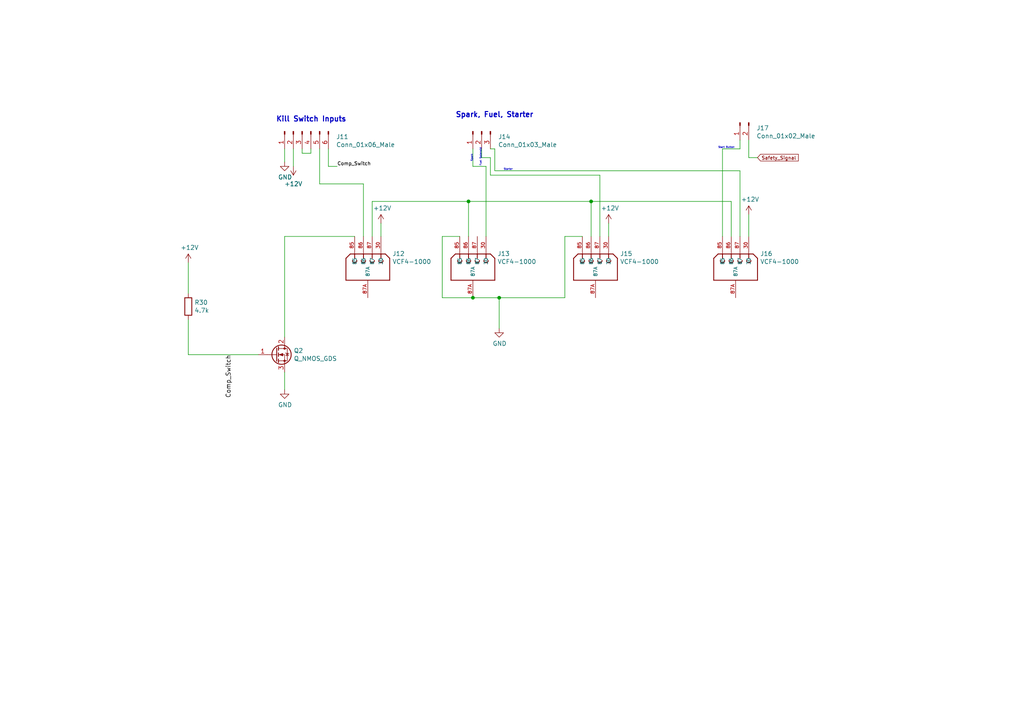
<source format=kicad_sch>
(kicad_sch (version 20230121) (generator eeschema)
  (paper "A4")
  (lib_symbols
    (symbol "Device:Q_NMOS_GDS" (pin_names (offset 0) hide)
      (property "Reference" "Q" (at 5.08 1.27 0))
      (property "Value" "Q_NMOS_GDS" (at 5.08 -1.27 0))
      (symbol "Q_NMOS_GDS_0_1"
        (polyline (pts (xy 0.254 0) (xy -2.54 0)))
        (polyline (pts (xy 0.254 1.905) (xy 0.254 -1.905)) (stroke (width 0.254)))
        (polyline (pts (xy 0.762 -1.27) (xy 0.762 -2.286)) (stroke (width 0.254)))
        (polyline (pts (xy 0.762 0.508) (xy 0.762 -0.508)) (stroke (width 0.254)))
        (polyline (pts (xy 0.762 2.286) (xy 0.762 1.27)) (stroke (width 0.254)))
        (polyline (pts (xy 2.54 2.54) (xy 2.54 1.778)))
        (polyline (pts (xy 2.54 -2.54) (xy 2.54 0) (xy 0.762 0)))
        (polyline (pts (xy 0.762 -1.778) (xy 3.302 -1.778) (xy 3.302 1.778) (xy 0.762 1.778)))
        (polyline (pts (xy 1.016 0) (xy 2.032 0.381) (xy 2.032 -0.381) (xy 1.016 0)) (fill (type outline)))
        (polyline (pts (xy 2.794 0.508) (xy 2.921 0.381) (xy 3.683 0.381) (xy 3.81 0.254)))
        (polyline (pts (xy 3.302 0.381) (xy 2.921 -0.254) (xy 3.683 -0.254) (xy 3.302 0.381)))
        (circle (center 1.651 0) (radius 2.794) (stroke (width 0.254)))
        (circle (center 2.54 -1.778) (radius 0.254) (fill (type outline)))
        (circle (center 2.54 1.778) (radius 0.254) (fill (type outline)))
      )
      (symbol "Q_NMOS_GDS_1_1"
        (pin input line (at -5.08 0 0) (length 2.54) (name "G") (number "1"))
        (pin passive line (at 2.54 5.08 270) (length 2.54) (name "D") (number "2"))
        (pin passive line (at 2.54 -5.08 90) (length 2.54) (name "S") (number "3"))
      )
    )
    (symbol "Device:R" (pin_numbers hide) (pin_names (offset 0))
      (property "Reference" "R" (at 2.032 0 90))
      (property "Value" "R" (at 0 0 90))
      (symbol "R_0_1"
        (rectangle (start -1.016 -2.54) (end 1.016 2.54) (stroke (width 0.254)))
      )
      (symbol "R_1_1"
        (pin passive line (at 0 3.81 270) (length 1.27) (name "~") (number "1"))
        (pin passive line (at 0 -3.81 90) (length 1.27) (name "~") (number "2"))
      )
    )
    (symbol "Motherboard_2023-rescue:Conn_01x02_Male-Connector" (pin_names (offset 1.016) hide)
      (property "Reference" "J" (at 0 2.54 0))
      (property "Value" "Connector_Conn_01x02_Male" (at 0 -5.08 0))
      (symbol "Conn_01x02_Male-Connector_1_1"
        (polyline (pts (xy 1.27 -2.54) (xy 0.8636 -2.54)) (stroke (width 0.1524)))
        (polyline (pts (xy 1.27 0) (xy 0.8636 0)) (stroke (width 0.1524)))
        (rectangle (start 0.8636 -2.413) (end 0 -2.667) (stroke (width 0.1524)) (fill (type outline)))
        (rectangle (start 0.8636 0.127) (end 0 -0.127) (stroke (width 0.1524)) (fill (type outline)))
        (pin passive line (at 5.08 0 180) (length 3.81) (name "Pin_1") (number "1"))
        (pin passive line (at 5.08 -2.54 180) (length 3.81) (name "Pin_2") (number "2"))
      )
    )
    (symbol "Motherboard_2023-rescue:Conn_01x03_Male-Connector" (pin_names (offset 1.016) hide)
      (property "Reference" "J" (at 0 5.08 0))
      (property "Value" "Connector_Conn_01x03_Male" (at 0 -5.08 0))
      (symbol "Conn_01x03_Male-Connector_1_1"
        (polyline (pts (xy 1.27 -2.54) (xy 0.8636 -2.54)) (stroke (width 0.1524)))
        (polyline (pts (xy 1.27 0) (xy 0.8636 0)) (stroke (width 0.1524)))
        (polyline (pts (xy 1.27 2.54) (xy 0.8636 2.54)) (stroke (width 0.1524)))
        (rectangle (start 0.8636 -2.413) (end 0 -2.667) (stroke (width 0.1524)) (fill (type outline)))
        (rectangle (start 0.8636 0.127) (end 0 -0.127) (stroke (width 0.1524)) (fill (type outline)))
        (rectangle (start 0.8636 2.667) (end 0 2.413) (stroke (width 0.1524)) (fill (type outline)))
        (pin passive line (at 5.08 2.54 180) (length 3.81) (name "Pin_1") (number "1"))
        (pin passive line (at 5.08 0 180) (length 3.81) (name "Pin_2") (number "2"))
        (pin passive line (at 5.08 -2.54 180) (length 3.81) (name "Pin_3") (number "3"))
      )
    )
    (symbol "Motherboard_2023-rescue:Conn_01x06_Male-Connector" (pin_names (offset 1.016) hide)
      (property "Reference" "J" (at 0 7.62 0))
      (property "Value" "Connector_Conn_01x06_Male" (at 0 -10.16 0))
      (symbol "Conn_01x06_Male-Connector_1_1"
        (polyline (pts (xy 1.27 -7.62) (xy 0.8636 -7.62)) (stroke (width 0.1524)))
        (polyline (pts (xy 1.27 -5.08) (xy 0.8636 -5.08)) (stroke (width 0.1524)))
        (polyline (pts (xy 1.27 -2.54) (xy 0.8636 -2.54)) (stroke (width 0.1524)))
        (polyline (pts (xy 1.27 0) (xy 0.8636 0)) (stroke (width 0.1524)))
        (polyline (pts (xy 1.27 2.54) (xy 0.8636 2.54)) (stroke (width 0.1524)))
        (polyline (pts (xy 1.27 5.08) (xy 0.8636 5.08)) (stroke (width 0.1524)))
        (rectangle (start 0.8636 -7.493) (end 0 -7.747) (stroke (width 0.1524)) (fill (type outline)))
        (rectangle (start 0.8636 -4.953) (end 0 -5.207) (stroke (width 0.1524)) (fill (type outline)))
        (rectangle (start 0.8636 -2.413) (end 0 -2.667) (stroke (width 0.1524)) (fill (type outline)))
        (rectangle (start 0.8636 0.127) (end 0 -0.127) (stroke (width 0.1524)) (fill (type outline)))
        (rectangle (start 0.8636 2.667) (end 0 2.413) (stroke (width 0.1524)) (fill (type outline)))
        (rectangle (start 0.8636 5.207) (end 0 4.953) (stroke (width 0.1524)) (fill (type outline)))
        (pin passive line (at 5.08 5.08 180) (length 3.81) (name "Pin_1") (number "1"))
        (pin passive line (at 5.08 2.54 180) (length 3.81) (name "Pin_2") (number "2"))
        (pin passive line (at 5.08 0 180) (length 3.81) (name "Pin_3") (number "3"))
        (pin passive line (at 5.08 -2.54 180) (length 3.81) (name "Pin_4") (number "4"))
        (pin passive line (at 5.08 -5.08 180) (length 3.81) (name "Pin_5") (number "5"))
        (pin passive line (at 5.08 -7.62 180) (length 3.81) (name "Pin_6") (number "6"))
      )
    )
    (symbol "Motherboard_2023-rescue:VCF4-1000-VCF4-1000-Motherboard_2023-rescue" (pin_names (offset 1.016))
      (property "Reference" "J" (at -7.62 6.35 0))
      (property "Value" "Motherboard_2023-rescue_VCF4-1000-VCF4-1000" (at -7.62 -10.16 0))
      (symbol "VCF4-1000-VCF4-1000-Motherboard_2023-rescue_0_0"
        (arc (start -1.905 -4.445) (mid -2.5373 -5.08) (end -1.905 -5.715) (stroke (width 0.254)))
        (arc (start -1.905 -1.905) (mid -2.5373 -2.54) (end -1.905 -3.175) (stroke (width 0.254)))
        (arc (start -1.905 0.635) (mid -2.5373 0) (end -1.905 -0.635) (stroke (width 0.254)))
        (arc (start -1.905 3.175) (mid -2.5373 2.54) (end -1.905 1.905) (stroke (width 0.254)))
        (polyline (pts (xy -7.62 -7.62) (xy -7.62 5.08)) (stroke (width 0.254)))
        (polyline (pts (xy -7.62 5.08) (xy -1.27 5.08)) (stroke (width 0.254)))
        (polyline (pts (xy -1.27 -7.62) (xy -7.62 -7.62)) (stroke (width 0.254)))
        (polyline (pts (xy 0 -6.35) (xy -1.27 -7.62)) (stroke (width 0.254)))
        (polyline (pts (xy 0 -5.08) (xy -1.27 -5.08)) (stroke (width 0.254)))
        (polyline (pts (xy 0 -2.54) (xy -1.27 -2.54)) (stroke (width 0.254)))
        (polyline (pts (xy 0 0) (xy -1.27 0)) (stroke (width 0.254)))
        (polyline (pts (xy 0 2.54) (xy -1.27 2.54)) (stroke (width 0.254)))
        (polyline (pts (xy 0 2.54) (xy 0 -6.35)) (stroke (width 0.254)))
        (polyline (pts (xy 0 3.81) (xy -1.27 5.08)) (stroke (width 0.254)))
        (polyline (pts (xy 0 3.81) (xy 0 2.54)) (stroke (width 0.254)))
        (pin passive line (at 5.08 -5.08 180) (length 5.08) (name "30") (number "30"))
        (pin passive line (at 5.08 2.54 180) (length 5.08) (name "85") (number "85"))
        (pin passive line (at 5.08 0 180) (length 5.08) (name "86") (number "86"))
        (pin passive line (at 5.08 -2.54 180) (length 5.08) (name "87") (number "87"))
        (pin passive line (at -12.7 -1.27 0) (length 5.08) (name "87A") (number "87A"))
      )
    )
    (symbol "power:+12V" (power) (pin_names (offset 0))
      (property "Value" "+12V" (at 0 3.556 0))
      (symbol "+12V_0_1"
        (polyline (pts (xy -0.762 1.27) (xy 0 2.54)))
        (polyline (pts (xy 0 0) (xy 0 2.54)))
        (polyline (pts (xy 0 2.54) (xy 0.762 1.27)))
      )
      (symbol "+12V_1_1"
        (pin power_in line (at 0 0 90) (length 0) hide (name "+12V") (number "1"))
      )
    )
    (symbol "power:GND" (power) (pin_names (offset 0))
      (property "Value" "GND" (at 0 -3.81 0))
      (symbol "GND_0_1"
        (polyline (pts (xy 0 0) (xy 0 -1.27) (xy 1.27 -1.27) (xy 0 -2.54) (xy -1.27 -1.27) (xy 0 -1.27)))
      )
      (symbol "GND_1_1"
        (pin power_in line (at 0 0 270) (length 0) hide (name "GND") (number "1"))
      )
    )
  )
  (junction (at 144.78 86.36))
  (junction (at 135.89 58.42))
  (junction (at 137.16 86.36))
  (junction (at 171.45 58.42))
  (wire (pts (xy 219.71 45.72) (xy 217.17 45.72)))
  (wire (pts (xy 214.63 43.18) (xy 214.63 40.64)))
  (wire (pts (xy 128.27 68.58) (xy 128.27 86.36)))
  (wire (pts (xy 82.55 68.58) (xy 102.87 68.58)))
  (wire (pts (xy 82.55 97.79) (xy 82.55 68.58)))
  (wire (pts (xy 82.55 107.95) (xy 82.55 113.03)))
  (wire (pts (xy 171.45 58.42) (xy 212.09 58.42)))
  (wire (pts (xy 105.41 53.34) (xy 92.71 53.34)))
  (wire (pts (xy 137.16 86.36) (xy 144.78 86.36)))
  (wire (pts (xy 163.83 68.58) (xy 168.91 68.58)))
  (wire (pts (xy 139.7 45.72) (xy 139.7 43.18)))
  (wire (pts (xy 135.89 58.42) (xy 171.45 58.42)))
  (wire (pts (xy 144.78 86.36) (xy 163.83 86.36)))
  (wire (pts (xy 142.24 45.72) (xy 139.7 45.72)))
  (wire (pts (xy 110.49 64.77) (xy 110.49 68.58)))
  (wire (pts (xy 107.95 58.42) (xy 135.89 58.42)))
  (wire (pts (xy 105.41 68.58) (xy 105.41 53.34)))
  (wire (pts (xy 209.55 43.18) (xy 214.63 43.18)))
  (wire (pts (xy 212.09 58.42) (xy 212.09 68.58)))
  (wire (pts (xy 142.24 50.8) (xy 142.24 45.72)))
  (wire (pts (xy 214.63 49.53) (xy 143.51 49.53)))
  (wire (pts (xy 133.35 68.58) (xy 128.27 68.58)))
  (wire (pts (xy 173.99 50.8) (xy 142.24 50.8)))
  (wire (pts (xy 128.27 86.36) (xy 137.16 86.36)))
  (wire (pts (xy 217.17 62.23) (xy 217.17 68.58)))
  (wire (pts (xy 54.61 102.87) (xy 74.93 102.87)))
  (wire (pts (xy 217.17 45.72) (xy 217.17 40.64)))
  (wire (pts (xy 82.55 43.18) (xy 82.55 46.99)))
  (wire (pts (xy 137.16 48.26) (xy 137.16 43.18)))
  (wire (pts (xy 85.09 48.26) (xy 85.09 43.18)))
  (wire (pts (xy 140.97 48.26) (xy 137.16 48.26)))
  (wire (pts (xy 87.63 44.45) (xy 90.17 44.45)))
  (wire (pts (xy 144.78 86.36) (xy 144.78 95.25)))
  (wire (pts (xy 95.25 48.26) (xy 95.25 43.18)))
  (wire (pts (xy 143.51 49.53) (xy 143.51 43.18)))
  (wire (pts (xy 143.51 43.18) (xy 142.24 43.18)))
  (wire (pts (xy 90.17 44.45) (xy 90.17 43.18)))
  (wire (pts (xy 214.63 68.58) (xy 214.63 49.53)))
  (wire (pts (xy 209.55 68.58) (xy 209.55 43.18)))
  (wire (pts (xy 54.61 92.71) (xy 54.61 102.87)))
  (wire (pts (xy 171.45 58.42) (xy 171.45 68.58)))
  (wire (pts (xy 135.89 58.42) (xy 135.89 68.58)))
  (wire (pts (xy 140.97 68.58) (xy 140.97 48.26)))
  (wire (pts (xy 54.61 76.2) (xy 54.61 85.09)))
  (wire (pts (xy 107.95 68.58) (xy 107.95 58.42)))
  (wire (pts (xy 173.99 68.58) (xy 173.99 50.8)))
  (wire (pts (xy 97.79 48.26) (xy 95.25 48.26)))
  (wire (pts (xy 92.71 53.34) (xy 92.71 43.18)))
  (wire (pts (xy 163.83 86.36) (xy 163.83 68.58)))
  (wire (pts (xy 176.53 64.77) (xy 176.53 68.58)))
  (wire (pts (xy 87.63 43.18) (xy 87.63 44.45)))
  (text "Starter\n" (at 146.05 49.53 0) (effects (font (size 0.508 0.508) (thickness 0.1016) bold) (justify left bottom)))
  (text "Kill Switch Inputs\n" (at 80.01 35.56 0) (effects (font (size 1.4986 1.4986) (thickness 0.2997) bold) (justify left bottom)))
  (text "Fuel Solenoid" (at 139.7 48.26 90) (effects (font (size 0.508 0.508) (thickness 0.1016) bold) (justify left bottom)))
  (text "Start Button \n" (at 208.28 43.18 0) (effects (font (size 0.508 0.508) (thickness 0.1016) bold) (justify left bottom)))
  (text "Spark, Fuel, Starter" (at 132.08 34.29 0) (effects (font (size 1.4986 1.4986) (thickness 0.2997) bold) (justify left bottom)))
  (text "Spark\n" (at 137.16 46.99 90) (effects (font (size 0.508 0.508) (thickness 0.1016) bold) (justify left bottom)))
  (label "Comp_Switch" (at 97.79 48.26 0) (effects (font (size 0.9906 0.9906))))
  (label "Comp_Switch" (at 67.31 102.87 270))
  (global_label "Safety_Signal" (shape input) (at 219.71 45.72 0) (effects (font (size 0.9906 0.9906))) (property "Intersheetrefs" "${INTERSHEET_REFS}" (effects hide)))
  (symbol (lib_id "Motherboard_2023-rescue:VCF4-1000-VCF4-1000-Motherboard_2023-rescue") (at 105.41 73.66 90) (unit 1)
    (property "Reference" "J12" (at 113.792 73.5838 90) (effects (justify right)))
    (property "Value" "VCF4-1000" (at 113.792 75.8952 90) (effects (justify right)))
    (property "Footprint" "VCF4-1000 (Relay Socket):TE_VCF4-1000" (effects hide))
    (property "Comment" "1393310-3" (effects hide))
    (instances (project "Motherboard23-24" (path "" (reference "J12") (unit 1))) (project "Motherboard_2023" (path "" (reference "J13") (unit 1)) (path "" (reference "J?") (unit 1))))
  )
  (symbol (lib_id "power:+12V") (at 110.49 64.77 0) (unit 1)
    (property "Reference" "#PWR029" (effects hide))
    (property "Value" "+12V" (at 110.871 60.3758 0))
    (instances (project "Motherboard23-24" (path "" (reference "#PWR029") (unit 1))) (project "Motherboard_2023" (path "" (reference "#PWR040") (unit 1))))
  )
  (symbol (lib_id "power:+12V") (at 85.09 48.26 180) (unit 1)
    (property "Reference" "#PWR028" (effects hide))
    (property "Value" "+12V" (at 85.09 53.34 0))
    (instances (project "Motherboard23-24" (path "" (reference "#PWR028") (unit 1))) (project "Motherboard_2023" (path "" (reference "#PWR039") (unit 1))))
  )
  (symbol (lib_id "power:+12V") (at 217.17 62.23 0) (unit 1)
    (property "Reference" "#PWR032" (effects hide))
    (property "Value" "+12V" (at 217.551 57.8358 0))
    (instances (project "Motherboard23-24" (path "" (reference "#PWR032") (unit 1))) (project "Motherboard_2023" (path "" (reference "#PWR043") (unit 1))))
  )
  (symbol (lib_id "power:GND") (at 82.55 113.03 0) (unit 1)
    (property "Reference" "#PWR027" (effects hide))
    (property "Value" "GND" (at 82.677 117.4242 0))
    (instances (project "Motherboard23-24" (path "" (reference "#PWR027") (unit 1))) (project "Motherboard_2023" (path "" (reference "#PWR038") (unit 1))))
  )
  (symbol (lib_id "power:+12V") (at 54.61 76.2 0) (unit 1)
    (property "Reference" "#PWR025" (effects hide))
    (property "Value" "+12V" (at 54.991 71.8058 0))
    (instances (project "Motherboard23-24" (path "" (reference "#PWR025") (unit 1))) (project "Motherboard_2023" (path "" (reference "#PWR036") (unit 1))))
  )
  (symbol (lib_id "power:GND") (at 82.55 46.99 0) (unit 1)
    (property "Reference" "#PWR026" (effects hide))
    (property "Value" "GND" (at 82.677 51.3842 0))
    (instances (project "Motherboard23-24" (path "" (reference "#PWR026") (unit 1))) (project "Motherboard_2023" (path "" (reference "#PWR037") (unit 1))))
  )
  (symbol (lib_id "Motherboard_2023-rescue:Conn_01x02_Male-Connector") (at 214.63 35.56 90) (mirror x) (unit 1)
    (property "Reference" "J17" (at 219.4052 37.1348 90) (effects (justify right)))
    (property "Value" "Conn_01x02_Male" (at 219.4052 39.4462 90) (effects (justify right)))
    (property "Footprint" "TerminalBlock_Phoenix:TerminalBlock_Phoenix_MKDS-1,5-2-5.08_1x02_P5.08mm_Horizontal" (effects hide))
    (instances (project "Motherboard23-24" (path "" (reference "J17") (unit 1))) (project "Motherboard_2023" (path "" (reference "J18") (unit 1)) (path "" (reference "J18") (unit 1))))
  )
  (symbol (lib_id "Motherboard_2023-rescue:Conn_01x06_Male-Connector") (at 87.63 38.1 90) (mirror x) (unit 1)
    (property "Reference" "J11" (at 97.4852 39.6748 90) (effects (justify right)))
    (property "Value" "Conn_01x06_Male" (at 97.4852 41.9862 90) (effects (justify right)))
    (property "Footprint" "TerminalBlock_Phoenix:TerminalBlock_Phoenix_MKDS-3-6-5.08_1x06_P5.08mm_Horizontal" (effects hide))
    (instances (project "Motherboard23-24" (path "" (reference "J11") (unit 1))) (project "Motherboard_2023" (path "" (reference "J12") (unit 1))))
  )
  (symbol (lib_id "Device:R") (at 54.61 88.9 0) (unit 1)
    (property "Reference" "R30" (at 56.388 87.7316 0) (effects (justify left)))
    (property "Value" "4.7k" (at 56.388 90.043 0) (effects (justify left)))
    (property "Footprint" "Resistor_THT:R_Axial_DIN0207_L6.3mm_D2.5mm_P10.16mm_Horizontal" (effects hide))
    (instances (project "Motherboard23-24" (path "" (reference "R30") (unit 1))) (project "Motherboard_2023" (path "" (reference "R31") (unit 1))))
  )
  (symbol (lib_id "power:+12V") (at 176.53 64.77 0) (unit 1)
    (property "Reference" "#PWR031" (effects hide))
    (property "Value" "+12V" (at 176.911 60.3758 0))
    (instances (project "Motherboard23-24" (path "" (reference "#PWR031") (unit 1))) (project "Motherboard_2023" (path "" (reference "#PWR042") (unit 1))))
  )
  (symbol (lib_id "power:GND") (at 144.78 95.25 0) (unit 1)
    (property "Reference" "#PWR030" (effects hide))
    (property "Value" "GND" (at 144.907 99.6442 0))
    (instances (project "Motherboard23-24" (path "" (reference "#PWR030") (unit 1))) (project "Motherboard_2023" (path "" (reference "#PWR041") (unit 1))))
  )
  (symbol (lib_id "Device:Q_NMOS_GDS") (at 80.01 102.87 0) (unit 1)
    (property "Reference" "Q2" (at 85.1916 101.7016 0) (effects (justify left)))
    (property "Value" "Q_NMOS_GDS" (at 85.1916 104.013 0) (effects (justify left)))
    (property "Footprint" "Connector_PinHeader_2.54mm:PinHeader_1x03_P2.54mm_Vertical" (effects hide))
  )
  (symbol (lib_id "Motherboard_2023-rescue:VCF4-1000-VCF4-1000-Motherboard_2023-rescue") (at 212.09 73.66 90) (unit 1)
    (property "Reference" "J16" (at 220.472 73.5838 90) (effects (justify right)))
    (property "Value" "VCF4-1000" (at 220.472 75.8952 90) (effects (justify right)))
    (property "Footprint" "VCF4-1000 (Relay Socket):TE_VCF4-1000" (effects hide))
    (property "Comment" "1393310-3" (effects hide))
    (instances (project "Motherboard23-24" (path "" (reference "J16") (unit 1))) (project "Motherboard_2023" (path "" (reference "J17") (unit 1)) (path "" (reference "J?") (unit 1))))
  )
  (symbol (lib_id "Motherboard_2023-rescue:Conn_01x03_Male-Connector") (at 139.7 38.1 90) (mirror x) (unit 1)
    (property "Reference" "J14" (at 144.4752 39.6748 90) (effects (justify right)))
    (property "Value" "Conn_01x03_Male" (at 144.4752 41.9862 90) (effects (justify right)))
    (property "Footprint" "TerminalBlock_Phoenix:TerminalBlock_Phoenix_MKDS-3-3-5.08_1x03_P5.08mm_Horizontal" (effects hide))
    (instances (project "Motherboard23-24" (path "" (reference "J14") (unit 1))) (project "Motherboard_2023" (path "" (reference "J15") (unit 1))))
  )
  (symbol (lib_id "Motherboard_2023-rescue:VCF4-1000-VCF4-1000-Motherboard_2023-rescue") (at 171.45 73.66 90) (unit 1)
    (property "Reference" "J15" (at 179.832 73.5838 90) (effects (justify right)))
    (property "Value" "VCF4-1000" (at 179.832 75.8952 90) (effects (justify right)))
    (property "Footprint" "VCF4-1000 (Relay Socket):TE_VCF4-1000" (effects hide))
    (property "Comment" "1393310-3" (effects hide))
    (instances (project "Motherboard23-24" (path "" (reference "J15") (unit 1))) (project "Motherboard_2023" (path "" (reference "J16") (unit 1)) (path "" (reference "J?") (unit 1))))
  )
  (symbol (lib_id "Motherboard_2023-rescue:VCF4-1000-VCF4-1000-Motherboard_2023-rescue") (at 135.89 73.66 90) (unit 1)
    (property "Reference" "J13" (at 144.272 73.5838 90) (effects (justify right)))
    (property "Value" "VCF4-1000" (at 144.272 75.8952 90) (effects (justify right)))
    (property "Footprint" "VCF4-1000 (Relay Socket):TE_VCF4-1000" (effects hide))
    (property "Comment" "1393310-3" (effects hide))
    (instances (project "Motherboard23-24" (path "" (reference "J13") (unit 1))) (project "Motherboard_2023" (path "" (reference "J14") (unit 1)) (path "" (reference "J?") (unit 1))))
  )
)
</source>
